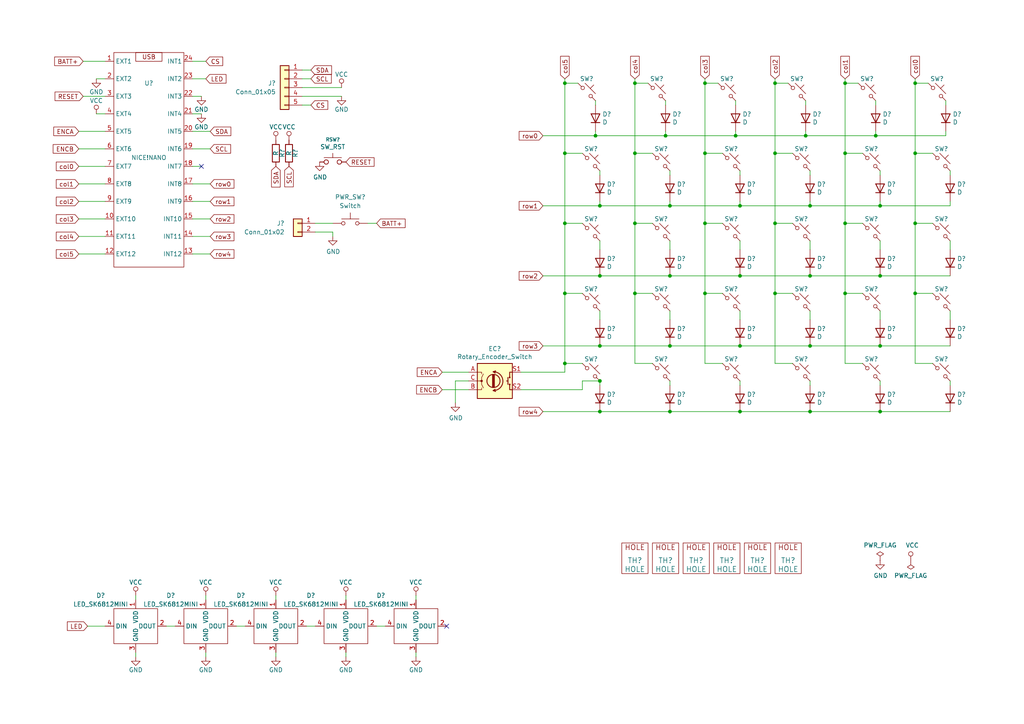
<source format=kicad_sch>
(kicad_sch (version 20230121) (generator eeschema)
  (paper "A4")
  (junction (at 173.99 110.49))
  (junction (at 265.43 85.09))
  (junction (at 194.31 100.33))
  (junction (at 234.95 80.01))
  (junction (at 184.15 85.09))
  (junction (at 245.11 44.45))
  (junction (at 255.27 80.01))
  (junction (at 224.79 64.77))
  (junction (at 214.63 59.69))
  (junction (at 204.47 64.77))
  (junction (at 234.95 100.33))
  (junction (at 163.83 105.41))
  (junction (at 213.36 39.37))
  (junction (at 204.47 85.09))
  (junction (at 245.11 64.77))
  (junction (at 163.83 44.45))
  (junction (at 245.11 24.13))
  (junction (at 184.15 64.77))
  (junction (at 265.43 44.45))
  (junction (at 265.43 24.13))
  (junction (at 173.99 100.33))
  (junction (at 214.63 80.01))
  (junction (at 173.99 80.01))
  (junction (at 234.95 59.69))
  (junction (at 173.99 119.38))
  (junction (at 204.47 44.45))
  (junction (at 184.15 44.45))
  (junction (at 224.79 44.45))
  (junction (at 234.95 119.38))
  (junction (at 214.63 119.38))
  (junction (at 224.79 24.13))
  (junction (at 255.27 119.38))
  (junction (at 184.15 24.13))
  (junction (at 204.47 24.13))
  (junction (at 193.04 39.37))
  (junction (at 214.63 100.33))
  (junction (at 224.79 85.09))
  (junction (at 194.31 119.38))
  (junction (at 194.31 80.01))
  (junction (at 265.43 64.77))
  (junction (at 233.68 39.37))
  (junction (at 173.99 59.69))
  (junction (at 245.11 85.09))
  (junction (at 255.27 59.69))
  (junction (at 172.72 39.37))
  (junction (at 194.31 59.69))
  (junction (at 254 39.37))
  (junction (at 163.83 24.13))
  (junction (at 255.27 100.33))
  (junction (at 163.83 64.77))
  (junction (at 163.83 85.09))
  (no_connect (at 129.54 181.61))
  (no_connect (at 58.42 48.26))
  (wire (pts (xy 275.59 90.17) (xy 275.59 92.71)))
  (wire (pts (xy 172.72 39.37) (xy 193.04 39.37)))
  (wire (pts (xy 275.59 69.85) (xy 275.59 72.39)))
  (wire (pts (xy 184.15 44.45) (xy 184.15 64.77)))
  (wire (pts (xy 214.63 119.38) (xy 234.95 119.38)))
  (wire (pts (xy 274.32 39.37) (xy 254 39.37)))
  (wire (pts (xy 194.31 69.85) (xy 194.31 72.39)))
  (wire (pts (xy 109.22 181.61) (xy 111.76 181.61)))
  (wire (pts (xy 204.47 64.77) (xy 209.55 64.77)))
  (wire (pts (xy 265.43 44.45) (xy 265.43 64.77)))
  (wire (pts (xy 204.47 64.77) (xy 204.47 85.09)))
  (wire (pts (xy 87.63 27.94) (xy 99.06 27.94)))
  (wire (pts (xy 22.86 43.18) (xy 30.48 43.18)))
  (wire (pts (xy 234.95 50.8) (xy 234.95 49.53)))
  (wire (pts (xy 255.27 69.85) (xy 255.27 72.39)))
  (wire (pts (xy 25.4 181.61) (xy 30.48 181.61)))
  (wire (pts (xy 173.99 80.01) (xy 157.48 80.01)))
  (wire (pts (xy 214.63 80.01) (xy 234.95 80.01)))
  (wire (pts (xy 255.27 50.8) (xy 255.27 49.53)))
  (wire (pts (xy 245.11 64.77) (xy 250.19 64.77)))
  (wire (pts (xy 224.79 64.77) (xy 229.87 64.77)))
  (wire (pts (xy 265.43 64.77) (xy 270.51 64.77)))
  (wire (pts (xy 184.15 22.86) (xy 184.15 24.13)))
  (wire (pts (xy 22.86 73.66) (xy 30.48 73.66)))
  (wire (pts (xy 234.95 59.69) (xy 255.27 59.69)))
  (wire (pts (xy 100.33 189.23) (xy 100.33 190.5)))
  (wire (pts (xy 55.88 17.78) (xy 59.69 17.78)))
  (wire (pts (xy 132.08 110.49) (xy 132.08 116.84)))
  (wire (pts (xy 163.83 24.13) (xy 167.64 24.13)))
  (wire (pts (xy 194.31 110.49) (xy 194.31 111.76)))
  (wire (pts (xy 173.99 50.8) (xy 173.99 49.53)))
  (wire (pts (xy 204.47 44.45) (xy 209.55 44.45)))
  (wire (pts (xy 80.01 189.23) (xy 80.01 190.5)))
  (wire (pts (xy 234.95 58.42) (xy 234.95 59.69)))
  (wire (pts (xy 184.15 24.13) (xy 187.96 24.13)))
  (wire (pts (xy 265.43 44.45) (xy 270.51 44.45)))
  (wire (pts (xy 194.31 90.17) (xy 194.31 92.71)))
  (wire (pts (xy 91.44 67.31) (xy 96.52 67.31)))
  (wire (pts (xy 22.86 68.58) (xy 30.48 68.58)))
  (wire (pts (xy 100.33 172.72) (xy 100.33 173.99)))
  (wire (pts (xy 151.13 113.03) (xy 168.91 113.03)))
  (wire (pts (xy 275.59 58.42) (xy 275.59 59.69)))
  (wire (pts (xy 135.89 110.49) (xy 132.08 110.49)))
  (wire (pts (xy 173.99 58.42) (xy 173.99 59.69)))
  (wire (pts (xy 168.91 105.41) (xy 163.83 105.41)))
  (wire (pts (xy 245.11 85.09) (xy 245.11 105.41)))
  (wire (pts (xy 87.63 22.86) (xy 90.17 22.86)))
  (wire (pts (xy 255.27 80.01) (xy 275.59 80.01)))
  (wire (pts (xy 233.68 38.1) (xy 233.68 39.37)))
  (wire (pts (xy 48.26 181.61) (xy 50.8 181.61)))
  (wire (pts (xy 233.68 29.21) (xy 233.68 30.48)))
  (wire (pts (xy 214.63 59.69) (xy 234.95 59.69)))
  (wire (pts (xy 274.32 29.21) (xy 274.32 30.48)))
  (wire (pts (xy 234.95 110.49) (xy 234.95 111.76)))
  (wire (pts (xy 214.63 58.42) (xy 214.63 59.69)))
  (wire (pts (xy 234.95 100.33) (xy 255.27 100.33)))
  (wire (pts (xy 163.83 85.09) (xy 168.91 85.09)))
  (wire (pts (xy 224.79 85.09) (xy 224.79 105.41)))
  (wire (pts (xy 193.04 39.37) (xy 213.36 39.37)))
  (wire (pts (xy 59.69 189.23) (xy 59.69 190.5)))
  (wire (pts (xy 22.86 53.34) (xy 30.48 53.34)))
  (wire (pts (xy 245.11 44.45) (xy 245.11 64.77)))
  (wire (pts (xy 245.11 64.77) (xy 245.11 85.09)))
  (wire (pts (xy 204.47 105.41) (xy 209.55 105.41)))
  (wire (pts (xy 39.37 189.23) (xy 39.37 190.5)))
  (wire (pts (xy 184.15 64.77) (xy 189.23 64.77)))
  (wire (pts (xy 173.99 59.69) (xy 194.31 59.69)))
  (wire (pts (xy 184.15 85.09) (xy 189.23 85.09)))
  (wire (pts (xy 173.99 59.69) (xy 157.48 59.69)))
  (wire (pts (xy 22.86 58.42) (xy 30.48 58.42)))
  (wire (pts (xy 120.65 189.23) (xy 120.65 190.5)))
  (wire (pts (xy 87.63 20.32) (xy 90.17 20.32)))
  (wire (pts (xy 55.88 48.26) (xy 58.42 48.26)))
  (wire (pts (xy 59.69 172.72) (xy 59.69 173.99)))
  (wire (pts (xy 22.86 48.26) (xy 30.48 48.26)))
  (wire (pts (xy 194.31 100.33) (xy 214.63 100.33)))
  (wire (pts (xy 250.19 105.41) (xy 245.11 105.41)))
  (wire (pts (xy 265.43 85.09) (xy 270.51 85.09)))
  (wire (pts (xy 213.36 39.37) (xy 233.68 39.37)))
  (wire (pts (xy 234.95 119.38) (xy 255.27 119.38)))
  (wire (pts (xy 214.63 110.49) (xy 214.63 111.76)))
  (wire (pts (xy 214.63 100.33) (xy 234.95 100.33)))
  (wire (pts (xy 173.99 90.17) (xy 173.99 92.71)))
  (wire (pts (xy 193.04 29.21) (xy 193.04 30.48)))
  (wire (pts (xy 55.88 22.86) (xy 59.69 22.86)))
  (wire (pts (xy 172.72 38.1) (xy 172.72 39.37)))
  (wire (pts (xy 163.83 44.45) (xy 163.83 64.77)))
  (wire (pts (xy 275.59 59.69) (xy 255.27 59.69)))
  (wire (pts (xy 194.31 100.33) (xy 173.99 100.33)))
  (wire (pts (xy 224.79 24.13) (xy 224.79 44.45)))
  (wire (pts (xy 245.11 22.86) (xy 245.11 24.13)))
  (wire (pts (xy 204.47 22.86) (xy 204.47 24.13)))
  (wire (pts (xy 275.59 50.8) (xy 275.59 49.53)))
  (wire (pts (xy 255.27 90.17) (xy 255.27 92.71)))
  (wire (pts (xy 151.13 107.95) (xy 163.83 107.95)))
  (wire (pts (xy 254 29.21) (xy 254 30.48)))
  (wire (pts (xy 184.15 85.09) (xy 184.15 105.41)))
  (wire (pts (xy 55.88 63.5) (xy 60.96 63.5)))
  (wire (pts (xy 204.47 85.09) (xy 209.55 85.09)))
  (wire (pts (xy 224.79 85.09) (xy 229.87 85.09)))
  (wire (pts (xy 234.95 90.17) (xy 234.95 92.71)))
  (wire (pts (xy 224.79 44.45) (xy 229.87 44.45)))
  (wire (pts (xy 234.95 69.85) (xy 234.95 72.39)))
  (wire (pts (xy 194.31 119.38) (xy 214.63 119.38)))
  (wire (pts (xy 163.83 107.95) (xy 163.83 105.41)))
  (wire (pts (xy 204.47 44.45) (xy 204.47 64.77)))
  (wire (pts (xy 27.94 33.02) (xy 30.48 33.02)))
  (wire (pts (xy 265.43 24.13) (xy 265.43 44.45)))
  (wire (pts (xy 88.9 181.61) (xy 91.44 181.61)))
  (wire (pts (xy 254 38.1) (xy 254 39.37)))
  (wire (pts (xy 163.83 105.41) (xy 163.83 85.09)))
  (wire (pts (xy 255.27 110.49) (xy 255.27 111.76)))
  (wire (pts (xy 55.88 68.58) (xy 60.96 68.58)))
  (wire (pts (xy 120.65 172.72) (xy 120.65 173.99)))
  (wire (pts (xy 55.88 73.66) (xy 60.96 73.66)))
  (wire (pts (xy 173.99 69.85) (xy 173.99 72.39)))
  (wire (pts (xy 39.37 172.72) (xy 39.37 173.99)))
  (wire (pts (xy 172.72 29.21) (xy 172.72 30.48)))
  (wire (pts (xy 265.43 64.77) (xy 265.43 85.09)))
  (wire (pts (xy 24.13 17.78) (xy 30.48 17.78)))
  (wire (pts (xy 233.68 39.37) (xy 254 39.37)))
  (wire (pts (xy 87.63 25.4) (xy 99.06 25.4)))
  (wire (pts (xy 128.27 113.03) (xy 135.89 113.03)))
  (wire (pts (xy 24.13 27.94) (xy 30.48 27.94)))
  (wire (pts (xy 224.79 44.45) (xy 224.79 64.77)))
  (wire (pts (xy 224.79 24.13) (xy 228.6 24.13)))
  (wire (pts (xy 22.86 38.1) (xy 30.48 38.1)))
  (wire (pts (xy 172.72 39.37) (xy 157.48 39.37)))
  (wire (pts (xy 96.52 67.31) (xy 96.52 68.58)))
  (wire (pts (xy 224.79 22.86) (xy 224.79 24.13)))
  (wire (pts (xy 55.88 43.18) (xy 60.96 43.18)))
  (wire (pts (xy 255.27 100.33) (xy 275.59 100.33)))
  (wire (pts (xy 234.95 80.01) (xy 255.27 80.01)))
  (wire (pts (xy 184.15 24.13) (xy 184.15 44.45)))
  (wire (pts (xy 163.83 24.13) (xy 163.83 44.45)))
  (wire (pts (xy 27.94 22.86) (xy 30.48 22.86)))
  (wire (pts (xy 163.83 22.86) (xy 163.83 24.13)))
  (wire (pts (xy 224.79 64.77) (xy 224.79 85.09)))
  (wire (pts (xy 214.63 90.17) (xy 214.63 92.71)))
  (wire (pts (xy 265.43 22.86) (xy 265.43 24.13)))
  (wire (pts (xy 163.83 44.45) (xy 168.91 44.45)))
  (wire (pts (xy 55.88 58.42) (xy 60.96 58.42)))
  (wire (pts (xy 204.47 85.09) (xy 204.47 105.41)))
  (wire (pts (xy 213.36 29.21) (xy 213.36 30.48)))
  (wire (pts (xy 275.59 110.49) (xy 275.59 111.76)))
  (wire (pts (xy 157.48 119.38) (xy 173.99 119.38)))
  (wire (pts (xy 22.86 63.5) (xy 30.48 63.5)))
  (wire (pts (xy 128.27 107.95) (xy 135.89 107.95)))
  (wire (pts (xy 173.99 110.49) (xy 173.99 111.76)))
  (wire (pts (xy 87.63 30.48) (xy 90.17 30.48)))
  (wire (pts (xy 106.68 64.77) (xy 109.22 64.77)))
  (wire (pts (xy 245.11 85.09) (xy 250.19 85.09)))
  (wire (pts (xy 265.43 105.41) (xy 270.51 105.41)))
  (wire (pts (xy 214.63 69.85) (xy 214.63 72.39)))
  (wire (pts (xy 184.15 44.45) (xy 189.23 44.45)))
  (wire (pts (xy 173.99 119.38) (xy 194.31 119.38)))
  (wire (pts (xy 194.31 58.42) (xy 194.31 59.69)))
  (wire (pts (xy 194.31 80.01) (xy 214.63 80.01)))
  (wire (pts (xy 213.36 38.1) (xy 213.36 39.37)))
  (wire (pts (xy 163.83 64.77) (xy 168.91 64.77)))
  (wire (pts (xy 163.83 64.77) (xy 163.83 85.09)))
  (wire (pts (xy 194.31 50.8) (xy 194.31 49.53)))
  (wire (pts (xy 274.32 39.37) (xy 274.32 38.1)))
  (wire (pts (xy 68.58 181.61) (xy 71.12 181.61)))
  (wire (pts (xy 204.47 24.13) (xy 204.47 44.45)))
  (wire (pts (xy 55.88 53.34) (xy 60.96 53.34)))
  (wire (pts (xy 265.43 85.09) (xy 265.43 105.41)))
  (wire (pts (xy 194.31 59.69) (xy 214.63 59.69)))
  (wire (pts (xy 55.88 27.94) (xy 58.42 27.94)))
  (wire (pts (xy 184.15 64.77) (xy 184.15 85.09)))
  (wire (pts (xy 245.11 24.13) (xy 248.92 24.13)))
  (wire (pts (xy 173.99 80.01) (xy 194.31 80.01)))
  (wire (pts (xy 255.27 119.38) (xy 275.59 119.38)))
  (wire (pts (xy 184.15 105.41) (xy 189.23 105.41)))
  (wire (pts (xy 168.91 113.03) (xy 168.91 110.49)))
  (wire (pts (xy 55.88 38.1) (xy 60.96 38.1)))
  (wire (pts (xy 214.63 50.8) (xy 214.63 49.53)))
  (wire (pts (xy 168.91 110.49) (xy 173.99 110.49)))
  (wire (pts (xy 91.44 64.77) (xy 96.52 64.77)))
  (wire (pts (xy 255.27 58.42) (xy 255.27 59.69)))
  (wire (pts (xy 245.11 24.13) (xy 245.11 44.45)))
  (wire (pts (xy 55.88 33.02) (xy 58.42 33.02)))
  (wire (pts (xy 80.01 172.72) (xy 80.01 173.99)))
  (wire (pts (xy 193.04 38.1) (xy 193.04 39.37)))
  (wire (pts (xy 173.99 100.33) (xy 157.48 100.33)))
  (wire (pts (xy 265.43 24.13) (xy 269.24 24.13)))
  (wire (pts (xy 224.79 105.41) (xy 229.87 105.41)))
  (wire (pts (xy 204.47 24.13) (xy 208.28 24.13)))
  (wire (pts (xy 245.11 44.45) (xy 250.19 44.45)))
  (global_label "col3" (shape input) (at 204.47 22.86 90) (property "Intersheetrefs" "${INTERSHEET_REFS}" (effects hide)))
  (global_label "col3" (shape input) (at 22.86 63.5 180) (property "Intersheetrefs" "${INTERSHEET_REFS}" (effects hide)))
  (global_label "LED" (shape input) (at 59.69 22.86 0) (property "Intersheetrefs" "${INTERSHEET_REFS}" (effects hide)))
  (global_label "row2" (shape input) (at 157.48 80.01 180) (property "Intersheetrefs" "${INTERSHEET_REFS}" (effects hide)))
  (global_label "row1" (shape input) (at 157.48 59.69 180) (property "Intersheetrefs" "${INTERSHEET_REFS}" (effects hide)))
  (global_label "SDA" (shape input) (at 80.01 48.26 270) (property "Intersheetrefs" "${INTERSHEET_REFS}" (effects hide)))
  (global_label "RESET" (shape input) (at 100.33 46.99 0) (property "Intersheetrefs" "${INTERSHEET_REFS}" (effects hide)))
  (global_label "col4" (shape input) (at 184.15 22.86 90) (property "Intersheetrefs" "${INTERSHEET_REFS}" (effects hide)))
  (global_label "ENCB" (shape input) (at 22.86 43.18 180) (property "Intersheetrefs" "${INTERSHEET_REFS}" (effects hide)))
  (global_label "row4" (shape input) (at 60.96 73.66 0) (property "Intersheetrefs" "${INTERSHEET_REFS}" (effects hide)))
  (global_label "BATT+" (shape input) (at 109.22 64.77 0) (property "Intersheetrefs" "${INTERSHEET_REFS}" (effects hide)))
  (global_label "row1" (shape input) (at 60.96 58.42 0) (property "Intersheetrefs" "${INTERSHEET_REFS}" (effects hide)))
  (global_label "SCL" (shape input) (at 60.96 43.18 0) (property "Intersheetrefs" "${INTERSHEET_REFS}" (effects hide)))
  (global_label "col0" (shape input) (at 265.43 22.86 90) (property "Intersheetrefs" "${INTERSHEET_REFS}" (effects hide)))
  (global_label "row3" (shape input) (at 157.48 100.33 180) (property "Intersheetrefs" "${INTERSHEET_REFS}" (effects hide)))
  (global_label "CS" (shape input) (at 90.17 30.48 0) (property "Intersheetrefs" "${INTERSHEET_REFS}" (effects hide)))
  (global_label "RESET" (shape input) (at 24.13 27.94 180) (property "Intersheetrefs" "${INTERSHEET_REFS}" (effects hide)))
  (global_label "col0" (shape input) (at 22.86 48.26 180) (property "Intersheetrefs" "${INTERSHEET_REFS}" (effects hide)))
  (global_label "col5" (shape input) (at 163.83 22.86 90) (property "Intersheetrefs" "${INTERSHEET_REFS}" (effects hide)))
  (global_label "LED" (shape input) (at 25.4 181.61 180) (property "Intersheetrefs" "${INTERSHEET_REFS}" (effects hide)))
  (global_label "col1" (shape input) (at 22.86 53.34 180) (property "Intersheetrefs" "${INTERSHEET_REFS}" (effects hide)))
  (global_label "row3" (shape input) (at 60.96 68.58 0) (property "Intersheetrefs" "${INTERSHEET_REFS}" (effects hide)))
  (global_label "ENCA" (shape input) (at 128.27 107.95 180) (property "Intersheetrefs" "${INTERSHEET_REFS}" (effects hide)))
  (global_label "row4" (shape input) (at 157.48 119.38 180) (property "Intersheetrefs" "${INTERSHEET_REFS}" (effects hide)))
  (global_label "SDA" (shape input) (at 60.96 38.1 0) (property "Intersheetrefs" "${INTERSHEET_REFS}" (effects hide)))
  (global_label "ENCB" (shape input) (at 128.27 113.03 180) (property "Intersheetrefs" "${INTERSHEET_REFS}" (effects hide)))
  (global_label "SCL" (shape input) (at 83.82 48.26 270) (property "Intersheetrefs" "${INTERSHEET_REFS}" (effects hide)))
  (global_label "col2" (shape input) (at 224.79 22.86 90) (property "Intersheetrefs" "${INTERSHEET_REFS}" (effects hide)))
  (global_label "col5" (shape input) (at 22.86 73.66 180) (property "Intersheetrefs" "${INTERSHEET_REFS}" (effects hide)))
  (global_label "SCL" (shape input) (at 90.17 22.86 0) (property "Intersheetrefs" "${INTERSHEET_REFS}" (effects hide)))
  (global_label "row0" (shape input) (at 157.48 39.37 180) (property "Intersheetrefs" "${INTERSHEET_REFS}" (effects hide)))
  (global_label "BATT+" (shape input) (at 24.13 17.78 180) (property "Intersheetrefs" "${INTERSHEET_REFS}" (effects hide)))
  (global_label "col1" (shape input) (at 245.11 22.86 90) (property "Intersheetrefs" "${INTERSHEET_REFS}" (effects hide)))
  (global_label "col2" (shape input) (at 22.86 58.42 180) (property "Intersheetrefs" "${INTERSHEET_REFS}" (effects hide)))
  (global_label "SDA" (shape input) (at 90.17 20.32 0) (property "Intersheetrefs" "${INTERSHEET_REFS}" (effects hide)))
  (global_label "CS" (shape input) (at 59.69 17.78 0) (property "Intersheetrefs" "${INTERSHEET_REFS}" (effects hide)))
  (global_label "col4" (shape input) (at 22.86 68.58 180) (property "Intersheetrefs" "${INTERSHEET_REFS}" (effects hide)))
  (global_label "row0" (shape input) (at 60.96 53.34 0) (property "Intersheetrefs" "${INTERSHEET_REFS}" (effects hide)))
  (global_label "ENCA" (shape input) (at 22.86 38.1 180) (property "Intersheetrefs" "${INTERSHEET_REFS}" (effects hide)))
  (global_label "row2" (shape input) (at 60.96 63.5 0) (property "Intersheetrefs" "${INTERSHEET_REFS}" (effects hide)))
  (symbol (lib_id "ScottoKeebs:Placeholder_Keyswitch") (at 212.09 87.63 0) (unit 1)
    (property "Reference" "SW?" (at 212.09 83.82 0))
    (property "Value" "SW21" (effects hide))
    (property "Footprint" "Mechanical_Switches:SW_MXHS_CHOCV1V2HS_1U" (effects hide))
    (instances (project "SofleKeyboard" (path "" (reference "SW?") (unit 1)) (path "" (reference "SW44") (unit 1)) (path "" (reference "SW21") (unit 1))))
  )
  (symbol (lib_id "ScottoKeebs:Placeholder_Keyswitch") (at 232.41 87.63 0) (unit 1)
    (property "Reference" "SW?" (at 232.41 83.82 0))
    (property "Value" "SW22" (effects hide))
    (property "Footprint" "Mechanical_Switches:SW_MXHS_CHOCV1V2HS_1U" (effects hide))
    (instances (project "SofleKeyboard" (path "" (reference "SW?") (unit 1)) (path "" (reference "SW49") (unit 1)) (path "" (reference "SW22") (unit 1))))
  )
  (symbol (lib_id "ScottoKeebs:Placeholder_Keyswitch") (at 252.73 67.31 0) (unit 1)
    (property "Reference" "SW?" (at 252.73 63.5 0))
    (property "Value" "SW17" (effects hide))
    (property "Footprint" "Mechanical_Switches:SW_MXHS_CHOCV1V2HS_1U" (effects hide))
    (instances (project "SofleKeyboard" (path "" (reference "SW?") (unit 1)) (path "" (reference "SW53") (unit 1)) (path "" (reference "SW17") (unit 1))))
  )
  (symbol (lib_id "ScottoKeebs:Placeholder_Keyswitch") (at 231.14 26.67 0) (unit 1)
    (property "Reference" "SW?" (at 231.14 22.86 0))
    (property "Value" "SW4" (effects hide))
    (property "Footprint" "Mechanical_Switches:SW_MXHS_CHOCV1V2HS_1U" (effects hide))
    (instances (project "SofleKeyboard" (path "" (reference "SW?") (unit 1)) (path "" (reference "SW46") (unit 1)) (path "" (reference "SW4") (unit 1))))
  )
  (symbol (lib_id "ScottoKeebs:Placeholder_Diode") (at 214.63 115.57 90) (unit 1)
    (property "Reference" "D?" (at 216.6366 114.4016 90) (effects (justify right)))
    (property "Value" "D" (at 216.6366 116.713 90) (effects (justify right)))
    (property "Footprint" "Mechanical_Switches:Diode_SOD-123(dual side)" (effects hide))
    (property "Sim.Device" "D" (effects hide))
    (property "Sim.Pins" "1=K 2=A" (effects hide))
    (instances (project "SofleKeyboard" (path "" (reference "D?") (unit 1)) (path "" (reference "D55") (unit 1)) (path "" (reference "D27") (unit 1))))
  )
  (symbol (lib_id "ScottoKeebs:Placeholder_Diode") (at 275.59 76.2 90) (unit 1)
    (property "Reference" "D?" (at 277.5966 75.0316 90) (effects (justify right)))
    (property "Value" "D" (at 277.5966 77.343 90) (effects (justify right)))
    (property "Footprint" "Mechanical_Switches:Diode_SOD-123(dual side)" (effects hide))
    (property "Sim.Device" "D" (effects hide))
    (property "Sim.Pins" "1=K 2=A" (effects hide))
    (instances (project "SofleKeyboard" (path "" (reference "D?") (unit 1)) (path "" (reference "D68") (unit 1)) (path "" (reference "D18") (unit 1))))
  )
  (symbol (lib_id "ScottoKeebs:Placeholder_Diode") (at 214.63 76.2 90) (unit 1)
    (property "Reference" "D?" (at 216.6366 75.0316 90) (effects (justify right)))
    (property "Value" "D" (at 216.6366 77.343 90) (effects (justify right)))
    (property "Footprint" "Mechanical_Switches:Diode_SOD-123(dual side)" (effects hide))
    (property "Sim.Device" "D" (effects hide))
    (property "Sim.Pins" "1=K 2=A" (effects hide))
    (instances (project "SofleKeyboard" (path "" (reference "D?") (unit 1)) (path "" (reference "D53") (unit 1)) (path "" (reference "D15") (unit 1))))
  )
  (symbol (lib_id "ScottoKeebs:Placeholder_Keyswitch") (at 252.73 107.95 0) (unit 1)
    (property "Reference" "SW?" (at 252.73 104.14 0))
    (property "Value" "SW29" (effects hide))
    (property "Footprint" "Mechanical_Switches:SW_MXHS_CHOCV1V2HS_1U" (effects hide))
    (instances (project "SofleKeyboard" (path "" (reference "SW?") (unit 1)) (path "" (reference "SW55") (unit 1)) (path "" (reference "SW29") (unit 1))))
  )
  (symbol (lib_id "ScottoKeebs:Placeholder_Keyswitch") (at 273.05 107.95 0) (unit 1)
    (property "Reference" "SW?" (at 273.05 104.14 0))
    (property "Value" "SW30" (effects hide))
    (property "Footprint" "Mechanical_Switches:SW_MXHS_CHOCV1V2HS_1U" (effects hide))
    (instances (project "SofleKeyboard" (path "" (reference "SW?") (unit 1)) (path "" (reference "SW60") (unit 1)) (path "" (reference "SW30") (unit 1))))
  )
  (symbol (lib_id "SofleKeyboard-rescue:R-Lily58-cache-Lily58_Pro-rescue") (at 83.82 44.45 0) (unit 1)
    (property "Reference" "R?" (at 86.36 44.45 90) (effects (justify bottom)))
    (property "Value" "R" (at 83.82 44.45 90))
    (property "Footprint" "Mechanical_Switches:R_0805_2012Metric_Pad1.20x1.40mm_HandSolder_dualside" (effects hide))
    (instances (project "SofleKeyboard" (path "" (reference "R?") (unit 1)) (path "" (reference "R4") (unit 1)) (path "" (reference "R2") (unit 1))))
  )
  (symbol (lib_id "SofleKeyboard-rescue:VCC-Lily58-cache-Lily58_Pro-rescue") (at 59.69 172.72 0) (mirror y) (unit 1)
    (property "Reference" "#PWR?" (effects hide))
    (property "Value" "VCC" (at 59.69 168.91 0))
    (instances (project "SofleKeyboard" (path "" (reference "#PWR?") (unit 1)) (path "" (reference "#PWR028") (unit 1)) (path "" (reference "#PWR019") (unit 1))))
  )
  (symbol (lib_id "ScottoKeebs:Placeholder_Diode") (at 213.36 34.29 90) (unit 1)
    (property "Reference" "D?" (at 215.3666 33.1216 90) (effects (justify right)))
    (property "Value" "D" (at 215.3666 35.433 90) (effects (justify right)))
    (property "Footprint" "Mechanical_Switches:Diode_SOD-123(dual side)" (effects hide))
    (property "Sim.Device" "D" (effects hide))
    (property "Sim.Pins" "1=K 2=A" (effects hide))
    (instances (project "SofleKeyboard" (path "" (reference "D?") (unit 1)) (path "" (reference "D51") (unit 1)) (path "" (reference "D3") (unit 1))))
  )
  (symbol (lib_id "ScottoKeebs:Placeholder_Diode") (at 214.63 96.52 90) (unit 1)
    (property "Reference" "D?" (at 216.6366 95.3516 90) (effects (justify right)))
    (property "Value" "D" (at 216.6366 97.663 90) (effects (justify right)))
    (property "Footprint" "Mechanical_Switches:Diode_SOD-123(dual side)" (effects hide))
    (property "Sim.Device" "D" (effects hide))
    (property "Sim.Pins" "1=K 2=A" (effects hide))
    (instances (project "SofleKeyboard" (path "" (reference "D?") (unit 1)) (path "" (reference "D54") (unit 1)) (path "" (reference "D21") (unit 1))))
  )
  (symbol (lib_id "ScottoKeebs:Placeholder_Keyswitch") (at 210.82 26.67 0) (unit 1)
    (property "Reference" "SW?" (at 210.82 22.86 0))
    (property "Value" "SW3" (effects hide))
    (property "Footprint" "Mechanical_Switches:SW_MXHS_CHOCV1V2HS_1U" (effects hide))
    (instances (project "SofleKeyboard" (path "" (reference "SW?") (unit 1)) (path "" (reference "SW41") (unit 1)) (path "" (reference "SW3") (unit 1))))
  )
  (symbol (lib_id "SofleKeyboard-rescue:VCC-Lily58-cache-Lily58_Pro-rescue") (at 100.33 172.72 0) (mirror y) (unit 1)
    (property "Reference" "#PWR?" (effects hide))
    (property "Value" "VCC" (at 100.33 168.91 0))
    (instances (project "SofleKeyboard" (path "" (reference "#PWR?") (unit 1)) (path "" (reference "#PWR039") (unit 1)) (path "" (reference "#PWR022") (unit 1))))
  )
  (symbol (lib_id "ScottoKeebs:Placeholder_Diode") (at 275.59 54.61 90) (unit 1)
    (property "Reference" "D?" (at 277.5966 53.4416 90) (effects (justify right)))
    (property "Value" "D" (at 277.5966 55.753 90) (effects (justify right)))
    (property "Footprint" "Mechanical_Switches:Diode_SOD-123(dual side)" (effects hide))
    (property "Sim.Device" "D" (effects hide))
    (property "Sim.Pins" "1=K 2=A" (effects hide))
    (instances (project "SofleKeyboard" (path "" (reference "D?") (unit 1)) (path "" (reference "D67") (unit 1)) (path "" (reference "D12") (unit 1))))
  )
  (symbol (lib_id "SofleKeyboard-rescue:VCC-Lily58-cache-Lily58_Pro-rescue") (at 39.37 172.72 0) (mirror y) (unit 1)
    (property "Reference" "#PWR?" (effects hide))
    (property "Value" "VCC" (at 39.37 168.91 0))
    (instances (project "SofleKeyboard" (path "" (reference "#PWR?") (unit 1)) (path "" (reference "#PWR04") (unit 1)) (path "" (reference "#PWR016") (unit 1))))
  )
  (symbol (lib_id "SofleKeyboard-rescue:HOLE-Lily58-cache-Lily58_Pro-rescue") (at 201.93 162.56 0) (unit 1)
    (property "Reference" "TH?" (at 201.93 162.56 0) (effects (font (size 1.524 1.524))))
    (property "Value" "HOLE" (at 201.93 165.1 0) (effects (font (size 1.524 1.524))))
    (property "Footprint" "MountingHole:MountingHole_2.2mm_M2" (effects hide))
    (instances (project "SofleKeyboard" (path "" (reference "TH?") (unit 1)) (path "" (reference "TH9") (unit 1)) (path "" (reference "TH3") (unit 1))))
  )
  (symbol (lib_id "SofleKeyboard-rescue:VCC-Lily58-cache-Lily58_Pro-rescue") (at 99.06 25.4 0) (mirror y) (unit 1)
    (property "Reference" "#PWR?" (effects hide))
    (property "Value" "VCC" (at 99.06 21.59 0))
    (instances (project "SofleKeyboard" (path "" (reference "#PWR?") (unit 1)) (path "" (reference "#PWR036") (unit 1)) (path "" (reference "#PWR014") (unit 1))))
  )
  (symbol (lib_id "SofleKeyboard-rescue:GND-Lily58-cache-Lily58_Pro-rescue") (at 80.01 190.5 0) (mirror y) (unit 1)
    (property "Reference" "#PWR?" (effects hide))
    (property "Value" "GND" (at 80.01 194.31 0))
    (instances (project "SofleKeyboard" (path "" (reference "#PWR?") (unit 1)) (path "" (reference "#PWR032") (unit 1)) (path "" (reference "#PWR021") (unit 1))))
  )
  (symbol (lib_id "RGB_LED:SK6812_Mini-E") (at 39.37 181.61 0) (unit 1)
    (property "Reference" "D?" (at 29.21 172.72 0))
    (property "Value" "LED_SK6812MINI" (at 29.21 175.26 0))
    (property "Footprint" "RGB_LED:SK6812_Mini-E_DualSide" (effects hide))
    (property "Datasheet" "https://cdn-shop.adafruit.com/product-files/2686/SK6812MINI_REV.01-1-2.pdf" (effects hide))
    (instances (project "SofleKeyboard" (path "" (reference "D?") (unit 1)) (path "" (reference "D36") (unit 1)) (path "" (reference "D31") (unit 1))))
  )
  (symbol (lib_id "ScottoKeebs:Placeholder_Keyswitch") (at 212.09 67.31 0) (unit 1)
    (property "Reference" "SW?" (at 212.09 63.5 0))
    (property "Value" "SW15" (effects hide))
    (property "Footprint" "Mechanical_Switches:SW_MXHS_CHOCV1V2HS_1U" (effects hide))
    (instances (project "SofleKeyboard" (path "" (reference "SW?") (unit 1)) (path "" (reference "SW43") (unit 1)) (path "" (reference "SW15") (unit 1))))
  )
  (symbol (lib_id "SofleKeyboard-rescue:GND-Lily58-cache-Lily58_Pro-rescue") (at 58.42 27.94 0) (mirror y) (unit 1)
    (property "Reference" "#PWR?" (effects hide))
    (property "Value" "GND" (at 58.42 31.75 0))
    (instances (project "SofleKeyboard" (path "" (reference "#PWR?") (unit 1)) (path "" (reference "#PWR026") (unit 1)) (path "" (reference "#PWR08") (unit 1))))
  )
  (symbol (lib_id "SofleKeyboard-rescue:HOLE-Lily58-cache-Lily58_Pro-rescue") (at 228.6 162.56 0) (unit 1)
    (property "Reference" "TH?" (at 228.6 162.56 0) (effects (font (size 1.524 1.524))))
    (property "Value" "HOLE" (at 228.6 165.1 0) (effects (font (size 1.524 1.524))))
    (property "Footprint" "MountingHole:MountingHole_2.2mm_M2" (effects hide))
    (instances (project "SofleKeyboard" (path "" (reference "TH?") (unit 1)) (path "" (reference "TH12") (unit 1)) (path "" (reference "TH6") (unit 1))))
  )
  (symbol (lib_id "SofleKeyboard-rescue:R-Lily58-cache-Lily58_Pro-rescue") (at 80.01 44.45 0) (unit 1)
    (property "Reference" "R?" (at 82.55 44.45 90) (effects (justify bottom)))
    (property "Value" "R" (at 80.01 44.45 90))
    (property "Footprint" "Mechanical_Switches:R_0805_2012Metric_Pad1.20x1.40mm_HandSolder_dualside" (effects hide))
    (instances (project "SofleKeyboard" (path "" (reference "R?") (unit 1)) (path "" (reference "R3") (unit 1)) (path "" (reference "R1") (unit 1))))
  )
  (symbol (lib_id "ScottoKeebs:Placeholder_Diode") (at 255.27 76.2 90) (unit 1)
    (property "Reference" "D?" (at 257.2766 75.0316 90) (effects (justify right)))
    (property "Value" "D" (at 257.2766 77.343 90) (effects (justify right)))
    (property "Footprint" "Mechanical_Switches:Diode_SOD-123(dual side)" (effects hide))
    (property "Sim.Device" "D" (effects hide))
    (property "Sim.Pins" "1=K 2=A" (effects hide))
    (instances (project "SofleKeyboard" (path "" (reference "D?") (unit 1)) (path "" (reference "D63") (unit 1)) (path "" (reference "D17") (unit 1))))
  )
  (symbol (lib_id "Mechanical_Switches:Nice!Nano_V2(dual_use_socket)") (at 43.18 45.72 0) (unit 1)
    (property "Reference" "U?" (at 43.18 24.13 0))
    (property "Value" "NICE!NANO" (at 43.18 45.72 0))
    (property "Footprint" "Mechanical_Switches:NICE!NANO" (effects hide))
    (instances (project "SofleKeyboard" (path "" (reference "U?") (unit 1)) (path "" (reference "U2") (unit 1)) (path "" (reference "U1") (unit 1))))
  )
  (symbol (lib_id "ScottoKeebs:Placeholder_Diode") (at 194.31 115.57 90) (unit 1)
    (property "Reference" "D?" (at 196.3166 114.4016 90) (effects (justify right)))
    (property "Value" "D" (at 196.3166 116.713 90) (effects (justify right)))
    (property "Footprint" "Mechanical_Switches:Diode_SOD-123(dual side)" (effects hide))
    (property "Sim.Device" "D" (effects hide))
    (property "Sim.Pins" "1=K 2=A" (effects hide))
    (instances (project "SofleKeyboard" (path "" (reference "D?") (unit 1)) (path "" (reference "D50") (unit 1)) (path "" (reference "D26") (unit 1))))
  )
  (symbol (lib_id "SofleKeyboard-rescue:GND-Lily58-cache-Lily58_Pro-rescue") (at 39.37 190.5 0) (mirror y) (unit 1)
    (property "Reference" "#PWR?" (effects hide))
    (property "Value" "GND" (at 39.37 194.31 0))
    (instances (project "SofleKeyboard" (path "" (reference "#PWR?") (unit 1)) (path "" (reference "#PWR011") (unit 1)) (path "" (reference "#PWR017") (unit 1))))
  )
  (symbol (lib_id "ScottoKeebs:Placeholder_Diode") (at 233.68 34.29 90) (unit 1)
    (property "Reference" "D?" (at 235.6866 33.1216 90) (effects (justify right)))
    (property "Value" "D" (at 235.6866 35.433 90) (effects (justify right)))
    (property "Footprint" "Mechanical_Switches:Diode_SOD-123(dual side)" (effects hide))
    (property "Sim.Device" "D" (effects hide))
    (property "Sim.Pins" "1=K 2=A" (effects hide))
    (instances (project "SofleKeyboard" (path "" (reference "D?") (unit 1)) (path "" (reference "D56") (unit 1)) (path "" (reference "D4") (unit 1))))
  )
  (symbol (lib_id "SofleKeyboard-rescue:PWR_FLAG-Lily58-cache-Lily58_Pro-rescue") (at 264.16 162.56 180) (unit 1)
    (property "Reference" "#FLG?" (effects hide))
    (property "Value" "PWR_FLAG" (at 264.16 166.9542 0))
    (instances (project "SofleKeyboard" (path "" (reference "#FLG?") (unit 1)) (path "" (reference "#FLG04") (unit 1)) (path "" (reference "#FLG02") (unit 1))))
  )
  (symbol (lib_id "ScottoKeebs:Placeholder_Diode") (at 275.59 115.57 90) (unit 1)
    (property "Reference" "D?" (at 277.5966 114.4016 90) (effects (justify right)))
    (property "Value" "D" (at 277.5966 116.713 90) (effects (justify right)))
    (property "Footprint" "Mechanical_Switches:Diode_SOD-123(dual side)" (effects hide))
    (property "Sim.Device" "D" (effects hide))
    (property "Sim.Pins" "1=K 2=A" (effects hide))
    (instances (project "SofleKeyboard" (path "" (reference "D?") (unit 1)) (path "" (reference "D70") (unit 1)) (path "" (reference "D30") (unit 1))))
  )
  (symbol (lib_id "ScottoKeebs:Placeholder_Diode") (at 193.04 34.29 90) (unit 1)
    (property "Reference" "D?" (at 195.0466 33.1216 90) (effects (justify right)))
    (property "Value" "D" (at 195.0466 35.433 90) (effects (justify right)))
    (property "Footprint" "Mechanical_Switches:Diode_SOD-123(dual side)" (effects hide))
    (property "Sim.Device" "D" (effects hide))
    (property "Sim.Pins" "1=K 2=A" (effects hide))
    (instances (project "SofleKeyboard" (path "" (reference "D?") (unit 1)) (path "" (reference "D46") (unit 1)) (path "" (reference "D2") (unit 1))))
  )
  (symbol (lib_id "SofleKeyboard-rescue:GND-Lily58-cache-Lily58_Pro-rescue") (at 27.94 22.86 0) (unit 1)
    (property "Reference" "#PWR?" (effects hide))
    (property "Value" "GND" (at 27.94 26.67 0))
    (instances (project "SofleKeyboard" (path "" (reference "#PWR?") (unit 1)) (path "" (reference "#PWR02") (unit 1)) (path "" (reference "#PWR01") (unit 1))))
  )
  (symbol (lib_id "SofleKeyboard-rescue:HOLE-Lily58-cache-Lily58_Pro-rescue") (at 210.82 162.56 0) (unit 1)
    (property "Reference" "TH?" (at 210.82 162.56 0) (effects (font (size 1.524 1.524))))
    (property "Value" "HOLE" (at 210.82 165.1 0) (effects (font (size 1.524 1.524))))
    (property "Footprint" "MountingHole:MountingHole_2.2mm_M2" (effects hide))
    (instances (project "SofleKeyboard" (path "" (reference "TH?") (unit 1)) (path "" (reference "TH10") (unit 1)) (path "" (reference "TH4") (unit 1))))
  )
  (symbol (lib_id "ScottoKeebs:Placeholder_Keyswitch") (at 273.05 87.63 0) (unit 1)
    (property "Reference" "SW?" (at 273.05 83.82 0))
    (property "Value" "SW24" (effects hide))
    (property "Footprint" "Mechanical_Switches:SW_MXHS_CHOCV1V2HS_1U" (effects hide))
    (instances (project "SofleKeyboard" (path "" (reference "SW?") (unit 1)) (path "" (reference "SW59") (unit 1)) (path "" (reference "SW24") (unit 1))))
  )
  (symbol (lib_id "SofleKeyboard-rescue:VCC-Lily58-cache-Lily58_Pro-rescue") (at 264.16 162.56 0) (unit 1)
    (property "Reference" "#PWR?" (effects hide))
    (property "Value" "VCC" (at 264.5918 158.1658 0))
    (instances (project "SofleKeyboard" (path "" (reference "#PWR?") (unit 1)) (path "" (reference "#PWR045") (unit 1)) (path "" (reference "#PWR013") (unit 1))))
  )
  (symbol (lib_id "Connector_Generic:Conn_01x05") (at 82.55 25.4 0) (mirror y) (unit 1)
    (property "Reference" "J?" (at 80.01 24.13 0) (effects (justify left)))
    (property "Value" "Conn_01x05" (at 80.01 26.67 0) (effects (justify left)))
    (property "Footprint" "Mechanical_Switches:NICE!VIEW" (effects hide))
    (instances (project "SofleKeyboard" (path "" (reference "J?") (unit 1)) (path "" (reference "J3") (unit 1)) (path "" (reference "J1") (unit 1))))
  )
  (symbol (lib_id "ScottoKeebs:Placeholder_Keyswitch") (at 252.73 46.99 0) (unit 1)
    (property "Reference" "SW?" (at 252.73 43.18 0))
    (property "Value" "SW11" (effects hide))
    (property "Footprint" "Mechanical_Switches:SW_MXHS_CHOCV1V2HS_1U" (effects hide))
    (instances (project "SofleKeyboard" (path "" (reference "SW?") (unit 1)) (path "" (reference "SW52") (unit 1)) (path "" (reference "SW11") (unit 1))))
  )
  (symbol (lib_id "ScottoKeebs:Placeholder_Keyswitch") (at 251.46 26.67 0) (unit 1)
    (property "Reference" "SW?" (at 251.46 22.86 0))
    (property "Value" "SW5" (effects hide))
    (property "Footprint" "Mechanical_Switches:SW_MXHS_CHOCV1V2HS_1U" (effects hide))
    (instances (project "SofleKeyboard" (path "" (reference "SW?") (unit 1)) (path "" (reference "SW51") (unit 1)) (path "" (reference "SW5") (unit 1))))
  )
  (symbol (lib_id "SofleKeyboard-rescue:GND-Lily58-cache-Lily58_Pro-rescue") (at 120.65 190.5 0) (mirror y) (unit 1)
    (property "Reference" "#PWR?" (effects hide))
    (property "Value" "GND" (at 120.65 194.31 0))
    (instances (project "SofleKeyboard" (path "" (reference "#PWR?") (unit 1)) (path "" (reference "#PWR042") (unit 1)) (path "" (reference "#PWR025") (unit 1))))
  )
  (symbol (lib_id "ScottoKeebs:Placeholder_Diode") (at 275.59 96.52 90) (unit 1)
    (property "Reference" "D?" (at 277.5966 95.3516 90) (effects (justify right)))
    (property "Value" "D" (at 277.5966 97.663 90) (effects (justify right)))
    (property "Footprint" "Mechanical_Switches:Diode_SOD-123(dual side)" (effects hide))
    (property "Sim.Device" "D" (effects hide))
    (property "Sim.Pins" "1=K 2=A" (effects hide))
    (instances (project "SofleKeyboard" (path "" (reference "D?") (unit 1)) (path "" (reference "D69") (unit 1)) (path "" (reference "D24") (unit 1))))
  )
  (symbol (lib_id "ScottoKeebs:Placeholder_Keyswitch") (at 170.18 26.67 0) (unit 1)
    (property "Reference" "SW?" (at 170.18 22.86 0))
    (property "Value" "SW1" (effects hide))
    (property "Footprint" "Mechanical_Switches:SW_MXHS_CHOCV1V2HS_1U" (effects hide))
    (instances (project "SofleKeyboard" (path "" (reference "SW?") (unit 1)) (path "" (reference "SW31") (unit 1)) (path "" (reference "SW1") (unit 1))))
  )
  (symbol (lib_id "RGB_LED:SK6812_Mini-E") (at 80.01 181.61 0) (unit 1)
    (property "Reference" "D?" (at 69.85 172.72 0))
    (property "Value" "LED_SK6812MINI" (at 69.85 175.26 0))
    (property "Footprint" "RGB_LED:SK6812_Mini-E_DualSide" (effects hide))
    (property "Datasheet" "https://cdn-shop.adafruit.com/product-files/2686/SK6812MINI_REV.01-1-2.pdf" (effects hide))
    (instances (project "SofleKeyboard" (path "" (reference "D?") (unit 1)) (path "" (reference "D38") (unit 1)) (path "" (reference "D33") (unit 1))))
  )
  (symbol (lib_id "ScottoKeebs:Placeholder_Keyswitch") (at 190.5 26.67 0) (unit 1)
    (property "Reference" "SW?" (at 190.5 22.86 0))
    (property "Value" "SW2" (effects hide))
    (property "Footprint" "Mechanical_Switches:SW_MXHS_CHOCV1V2HS_1U" (effects hide))
    (instances (project "SofleKeyboard" (path "" (reference "SW?") (unit 1)) (path "" (reference "SW36") (unit 1)) (path "" (reference "SW2") (unit 1))))
  )
  (symbol (lib_id "ScottoKeebs:Placeholder_Diode") (at 274.32 34.29 90) (unit 1)
    (property "Reference" "D?" (at 276.3266 33.1216 90) (effects (justify right)))
    (property "Value" "D" (at 276.3266 35.433 90) (effects (justify right)))
    (property "Footprint" "Mechanical_Switches:Diode_SOD-123(dual side)" (effects hide))
    (property "Sim.Device" "D" (effects hide))
    (property "Sim.Pins" "1=K 2=A" (effects hide))
    (instances (project "SofleKeyboard" (path "" (reference "D?") (unit 1)) (path "" (reference "D66") (unit 1)) (path "" (reference "D6") (unit 1))))
  )
  (symbol (lib_id "SofleKeyboard-rescue:GND-Lily58-cache-Lily58_Pro-rescue") (at 59.69 190.5 0) (mirror y) (unit 1)
    (property "Reference" "#PWR?" (effects hide))
    (property "Value" "GND" (at 59.69 194.31 0))
    (instances (project "SofleKeyboard" (path "" (reference "#PWR?") (unit 1)) (path "" (reference "#PWR029") (unit 1)) (path "" (reference "#PWR018") (unit 1))))
  )
  (symbol (lib_id "RGB_LED:SK6812_Mini-E") (at 100.33 181.61 0) (unit 1)
    (property "Reference" "D?" (at 90.17 172.72 0))
    (property "Value" "LED_SK6812MINI" (at 90.17 175.26 0))
    (property "Footprint" "RGB_LED:SK6812_Mini-E_DualSide" (effects hide))
    (property "Datasheet" "https://cdn-shop.adafruit.com/product-files/2686/SK6812MINI_REV.01-1-2.pdf" (effects hide))
    (instances (project "SofleKeyboard" (path "" (reference "D?") (unit 1)) (path "" (reference "D39") (unit 1)) (path "" (reference "D34") (unit 1))))
  )
  (symbol (lib_id "SofleKeyboard-rescue:HOLE-Lily58-cache-Lily58_Pro-rescue") (at 184.15 162.56 0) (unit 1)
    (property "Reference" "TH?" (at 184.15 162.56 0) (effects (font (size 1.524 1.524))))
    (property "Value" "HOLE" (at 184.15 165.1 0) (effects (font (size 1.524 1.524))))
    (property "Footprint" "MountingHole:MountingHole_2.2mm_M2" (effects hide))
    (instances (project "SofleKeyboard" (path "" (reference "TH?") (unit 1)) (path "" (reference "TH7") (unit 1)) (path "" (reference "TH1") (unit 1))))
  )
  (symbol (lib_id "ScottoKeebs:Placeholder_Keyswitch") (at 232.41 107.95 0) (unit 1)
    (property "Reference" "SW?" (at 232.41 104.14 0))
    (property "Value" "SW28" (effects hide))
    (property "Footprint" "Mechanical_Switches:SW_MXHS_CHOCV1V2HS_1U" (effects hide))
    (instances (project "SofleKeyboard" (path "" (reference "SW?") (unit 1)) (path "" (reference "SW50") (unit 1)) (path "" (reference "SW28") (unit 1))))
  )
  (symbol (lib_id "ScottoKeebs:Placeholder_Keyswitch") (at 191.77 107.95 0) (unit 1)
    (property "Reference" "SW?" (at 191.77 104.14 0))
    (property "Value" "SW26" (effects hide))
    (property "Footprint" "Mechanical_Switches:SW_MXHS_CHOCV1V2HS_1.5U" (effects hide))
    (instances (project "SofleKeyboard" (path "" (reference "SW?") (unit 1)) (path "" (reference "SW40") (unit 1)) (path "" (reference "SW26") (unit 1))))
  )
  (symbol (lib_id "ScottoKeebs:Placeholder_Diode") (at 254 34.29 90) (unit 1)
    (property "Reference" "D?" (at 256.0066 33.1216 90) (effects (justify right)))
    (property "Value" "D" (at 256.0066 35.433 90) (effects (justify right)))
    (property "Footprint" "Mechanical_Switches:Diode_SOD-123(dual side)" (effects hide))
    (property "Sim.Device" "D" (effects hide))
    (property "Sim.Pins" "1=K 2=A" (effects hide))
    (instances (project "SofleKeyboard" (path "" (reference "D?") (unit 1)) (path "" (reference "D61") (unit 1)) (path "" (reference "D5") (unit 1))))
  )
  (symbol (lib_id "ScottoKeebs:Placeholder_Keyswitch") (at 273.05 46.99 0) (unit 1)
    (property "Reference" "SW?" (at 273.05 43.18 0))
    (property "Value" "SW12" (effects hide))
    (property "Footprint" "Mechanical_Switches:SW_MXHS_CHOCV1V2HS_1U" (effects hide))
    (instances (project "SofleKeyboard" (path "" (reference "SW?") (unit 1)) (path "" (reference "SW57") (unit 1)) (path "" (reference "SW12") (unit 1))))
  )
  (symbol (lib_id "ScottoKeebs:Placeholder_Keyswitch") (at 171.45 67.31 0) (unit 1)
    (property "Reference" "SW?" (at 171.45 63.5 0))
    (property "Value" "SW13" (effects hide))
    (property "Footprint" "Mechanical_Switches:SW_MXHS_CHOCV1V2HS_1U" (effects hide))
    (instances (project "SofleKeyboard" (path "" (reference "SW?") (unit 1)) (path "" (reference "SW33") (unit 1)) (path "" (reference "SW13") (unit 1))))
  )
  (symbol (lib_id "ScottoKeebs:Placeholder_Diode") (at 234.95 76.2 90) (unit 1)
    (property "Reference" "D?" (at 236.9566 75.0316 90) (effects (justify right)))
    (property "Value" "D" (at 236.9566 77.343 90) (effects (justify right)))
    (property "Footprint" "Mechanical_Switches:Diode_SOD-123(dual side)" (effects hide))
    (property "Sim.Device" "D" (effects hide))
    (property "Sim.Pins" "1=K 2=A" (effects hide))
    (instances (project "SofleKeyboard" (path "" (reference "D?") (unit 1)) (path "" (reference "D58") (unit 1)) (path "" (reference "D16") (unit 1))))
  )
  (symbol (lib_id "SofleKeyboard-rescue:Rotary_Encoder_Switch-Device") (at 143.51 110.49 0) (unit 1)
    (property "Reference" "EC?" (at 143.51 101.1682 0))
    (property "Value" "Rotary_Encoder_Switch" (at 143.51 103.4796 0))
    (property "Footprint" "Mechanical_Switches:RotaryEncoder_Alps_EC12E-Switch_Vertical_H20mm" (effects hide))
    (instances (project "SofleKeyboard" (path "" (reference "EC?") (unit 1)) (path "" (reference "EC2") (unit 1)) (path "" (reference "EC1") (unit 1))))
  )
  (symbol (lib_id "ScottoKeebs:Placeholder_Diode") (at 255.27 96.52 90) (unit 1)
    (property "Reference" "D?" (at 257.2766 95.3516 90) (effects (justify right)))
    (property "Value" "D" (at 257.2766 97.663 90) (effects (justify right)))
    (property "Footprint" "Mechanical_Switches:Diode_SOD-123(dual side)" (effects hide))
    (property "Sim.Device" "D" (effects hide))
    (property "Sim.Pins" "1=K 2=A" (effects hide))
    (instances (project "SofleKeyboard" (path "" (reference "D?") (unit 1)) (path "" (reference "D64") (unit 1)) (path "" (reference "D23") (unit 1))))
  )
  (symbol (lib_id "SofleKeyboard-rescue:GND-Lily58-cache-Lily58_Pro-rescue") (at 100.33 190.5 0) (mirror y) (unit 1)
    (property "Reference" "#PWR?" (effects hide))
    (property "Value" "GND" (at 100.33 194.31 0))
    (instances (project "SofleKeyboard" (path "" (reference "#PWR?") (unit 1)) (path "" (reference "#PWR040") (unit 1)) (path "" (reference "#PWR023") (unit 1))))
  )
  (symbol (lib_id "ScottoKeebs:Placeholder_Switch") (at 101.6 64.77 0) (unit 1)
    (property "Reference" "PWR_SW?" (at 101.6 57.15 0))
    (property "Value" "Switch" (at 101.6 59.69 0))
    (property "Footprint" "Mechanical_Switches:SLW-1276864-4A-D" (effects hide))
    (instances (project "SofleKeyboard" (path "" (reference "PWR_SW?") (unit 1)) (path "" (reference "PWR_SW2") (unit 1)) (path "" (reference "PWR_SW1") (unit 1))))
  )
  (symbol (lib_id "SofleKeyboard-rescue:GND-Lily58-cache-Lily58_Pro-rescue") (at 96.52 68.58 0) (unit 1)
    (property "Reference" "#PWR?" (effects hide))
    (property "Value" "GND" (at 96.647 72.9742 0))
    (instances (project "SofleKeyboard" (path "" (reference "#PWR?") (unit 1)) (path "" (reference "#PWR035") (unit 1)) (path "" (reference "#PWR038") (unit 1))))
  )
  (symbol (lib_id "RGB_LED:SK6812_Mini-E") (at 120.65 181.61 0) (unit 1)
    (property "Reference" "D?" (at 110.49 172.72 0))
    (property "Value" "LED_SK6812MINI" (at 110.49 175.26 0))
    (property "Footprint" "RGB_LED:SK6812_Mini-E_DualSide" (effects hide))
    (property "Datasheet" "https://cdn-shop.adafruit.com/product-files/2686/SK6812MINI_REV.01-1-2.pdf" (effects hide))
    (instances (project "SofleKeyboard" (path "" (reference "D?") (unit 1)) (path "" (reference "D40") (unit 1)) (path "" (reference "D35") (unit 1))))
  )
  (symbol (lib_id "SofleKeyboard-rescue:VCC-Lily58-cache-Lily58_Pro-rescue") (at 80.01 40.64 0) (unit 1)
    (property "Reference" "#PWR?" (effects hide))
    (property "Value" "VCC" (at 80.01 36.83 0))
    (instances (project "SofleKeyboard" (path "" (reference "#PWR?") (unit 1)) (path "" (reference "#PWR030") (unit 1)) (path "" (reference "#PWR05") (unit 1))))
  )
  (symbol (lib_id "ScottoKeebs:Placeholder_Keyswitch") (at 171.45 107.95 0) (unit 1)
    (property "Reference" "SW?" (at 171.45 104.14 0))
    (property "Value" "SW19" (effects hide))
    (property "Footprint" "Mechanical_Switches:SW_MXHS_CHOCV1V2HS_1U" (effects hide))
    (instances (project "SofleKeyboard" (path "" (reference "SW?") (unit 1)) (path "" (reference "SW35") (unit 1)) (path "" (reference "SW25") (unit 1))))
  )
  (symbol (lib_id "SofleKeyboard-rescue:VCC-Lily58-cache-Lily58_Pro-rescue") (at 120.65 172.72 0) (mirror y) (unit 1)
    (property "Reference" "#PWR?" (effects hide))
    (property "Value" "VCC" (at 120.65 168.91 0))
    (instances (project "SofleKeyboard" (path "" (reference "#PWR?") (unit 1)) (path "" (reference "#PWR041") (unit 1)) (path "" (reference "#PWR024") (unit 1))))
  )
  (symbol (lib_id "ScottoKeebs:Placeholder_Keyswitch") (at 212.09 107.95 0) (unit 1)
    (property "Reference" "SW?" (at 212.09 104.14 0))
    (property "Value" "SW27" (effects hide))
    (property "Footprint" "Mechanical_Switches:SW_MXHS_CHOCV1V2HS_1U" (effects hide))
    (instances (project "SofleKeyboard" (path "" (reference "SW?") (unit 1)) (path "" (reference "SW45") (unit 1)) (path "" (reference "SW27") (unit 1))))
  )
  (symbol (lib_id "ScottoKeebs:Placeholder_Diode") (at 173.99 115.57 90) (unit 1)
    (property "Reference" "D?" (at 175.9966 114.4016 90) (effects (justify right)))
    (property "Value" "D" (at 175.9966 116.713 90) (effects (justify right)))
    (property "Footprint" "Mechanical_Switches:Diode_SOD-123(dual side)" (effects hide))
    (property "Sim.Device" "D" (effects hide))
    (property "Sim.Pins" "1=K 2=A" (effects hide))
    (instances (project "SofleKeyboard" (path "" (reference "D?") (unit 1)) (path "" (reference "D45") (unit 1)) (path "" (reference "D25") (unit 1))))
  )
  (symbol (lib_id "SofleKeyboard-rescue:GND-Lily58-cache-Lily58_Pro-rescue") (at 58.42 33.02 0) (mirror y) (unit 1)
    (property "Reference" "#PWR?" (effects hide))
    (property "Value" "GND" (at 58.42 36.83 0))
    (instances (project "SofleKeyboard" (path "" (reference "#PWR?") (unit 1)) (path "" (reference "#PWR027") (unit 1)) (path "" (reference "#PWR09") (unit 1))))
  )
  (symbol (lib_id "ScottoKeebs:Placeholder_Keyswitch") (at 191.77 87.63 0) (unit 1)
    (property "Reference" "SW?" (at 191.77 83.82 0))
    (property "Value" "SW20" (effects hide))
    (property "Footprint" "Mechanical_Switches:SW_MXHS_CHOCV1V2HS_1U" (effects hide))
    (instances (project "SofleKeyboard" (path "" (reference "SW?") (unit 1)) (path "" (reference "SW39") (unit 1)) (path "" (reference "SW20") (unit 1))))
  )
  (symbol (lib_id "ScottoKeebs:Placeholder_Diode") (at 194.31 76.2 90) (unit 1)
    (property "Reference" "D?" (at 196.3166 75.0316 90) (effects (justify right)))
    (property "Value" "D" (at 196.3166 77.343 90) (effects (justify right)))
    (property "Footprint" "Mechanical_Switches:Diode_SOD-123(dual side)" (effects hide))
    (property "Sim.Device" "D" (effects hide))
    (property "Sim.Pins" "1=K 2=A" (effects hide))
    (instances (project "SofleKeyboard" (path "" (reference "D?") (unit 1)) (path "" (reference "D48") (unit 1)) (path "" (reference "D14") (unit 1))))
  )
  (symbol (lib_id "ScottoKeebs:Placeholder_Diode") (at 173.99 54.61 90) (unit 1)
    (property "Reference" "D?" (at 175.9966 53.4416 90) (effects (justify right)))
    (property "Value" "D" (at 175.9966 55.753 90) (effects (justify right)))
    (property "Footprint" "Mechanical_Switches:Diode_SOD-123(dual side)" (effects hide))
    (property "Sim.Device" "D" (effects hide))
    (property "Sim.Pins" "1=K 2=A" (effects hide))
    (instances (project "SofleKeyboard" (path "" (reference "D?") (unit 1)) (path "" (reference "D42") (unit 1)) (path "" (reference "D7") (unit 1))))
  )
  (symbol (lib_id "SofleKeyboard-rescue:SW_RST-Lily58-cache-Lily58_Pro-rescue") (at 96.52 46.99 0) (unit 1)
    (property "Reference" "RSW?" (at 96.52 40.4876 0) (effects (font (size 1.016 1.016))))
    (property "Value" "SW_RST" (at 96.52 42.5958 0))
    (property "Footprint" "Mechanical_Switches:ResetSW_DualSide" (effects hide))
    (instances (project "SofleKeyboard" (path "" (reference "RSW?") (unit 1)) (path "" (reference "RSW2") (unit 1)) (path "" (reference "RSW1") (unit 1))))
  )
  (symbol (lib_id "SofleKeyboard-rescue:VCC-Lily58-cache-Lily58_Pro-rescue") (at 83.82 40.64 0) (unit 1)
    (property "Reference" "#PWR?" (effects hide))
    (property "Value" "VCC" (at 83.82 36.83 0))
    (instances (project "SofleKeyboard" (path "" (reference "#PWR?") (unit 1)) (path "" (reference "#PWR033") (unit 1)) (path "" (reference "#PWR06") (unit 1))))
  )
  (symbol (lib_id "ScottoKeebs:Placeholder_Diode") (at 173.99 96.52 90) (unit 1)
    (property "Reference" "D?" (at 175.9966 95.3516 90) (effects (justify right)))
    (property "Value" "D" (at 175.9966 97.663 90) (effects (justify right)))
    (property "Footprint" "Mechanical_Switches:Diode_SOD-123(dual side)" (effects hide))
    (property "Sim.Device" "D" (effects hide))
    (property "Sim.Pins" "1=K 2=A" (effects hide))
    (instances (project "SofleKeyboard" (path "" (reference "D?") (unit 1)) (path "" (reference "D44") (unit 1)) (path "" (reference "D19") (unit 1))))
  )
  (symbol (lib_id "SofleKeyboard-rescue:HOLE-Lily58-cache-Lily58_Pro-rescue") (at 219.71 162.56 0) (unit 1)
    (property "Reference" "TH?" (at 219.71 162.56 0) (effects (font (size 1.524 1.524))))
    (property "Value" "HOLE" (at 219.71 165.1 0) (effects (font (size 1.524 1.524))))
    (property "Footprint" "MountingHole:MountingHole_2.2mm_M2" (effects hide))
    (instances (project "SofleKeyboard" (path "" (reference "TH?") (unit 1)) (path "" (reference "TH11") (unit 1)) (path "" (reference "TH5") (unit 1))))
  )
  (symbol (lib_id "ScottoKeebs:Placeholder_Keyswitch") (at 232.41 67.31 0) (unit 1)
    (property "Reference" "SW?" (at 232.41 63.5 0))
    (property "Value" "SW16" (effects hide))
    (property "Footprint" "Mechanical_Switches:SW_MXHS_CHOCV1V2HS_1U" (effects hide))
    (instances (project "SofleKeyboard" (path "" (reference "SW?") (unit 1)) (path "" (reference "SW48") (unit 1)) (path "" (reference "SW16") (unit 1))))
  )
  (symbol (lib_id "ScottoKeebs:Placeholder_Keyswitch") (at 191.77 46.99 0) (unit 1)
    (property "Reference" "SW?" (at 191.77 43.18 0))
    (property "Value" "SW8" (effects hide))
    (property "Footprint" "Mechanical_Switches:SW_MXHS_CHOCV1V2HS_1U" (effects hide))
    (instances (project "SofleKeyboard" (path "" (reference "SW?") (unit 1)) (path "" (reference "SW37") (unit 1)) (path "" (reference "SW8") (unit 1))))
  )
  (symbol (lib_id "ScottoKeebs:Placeholder_Diode") (at 234.95 115.57 90) (unit 1)
    (property "Reference" "D?" (at 236.9566 114.4016 90) (effects (justify right)))
    (property "Value" "D" (at 236.9566 116.713 90) (effects (justify right)))
    (property "Footprint" "Mechanical_Switches:Diode_SOD-123(dual side)" (effects hide))
    (property "Sim.Device" "D" (effects hide))
    (property "Sim.Pins" "1=K 2=A" (effects hide))
    (instances (project "SofleKeyboard" (path "" (reference "D?") (unit 1)) (path "" (reference "D60") (unit 1)) (path "" (reference "D28") (unit 1))))
  )
  (symbol (lib_id "ScottoKeebs:Placeholder_Keyswitch") (at 212.09 46.99 0) (unit 1)
    (property "Reference" "SW?" (at 212.09 43.18 0))
    (property "Value" "SW9" (effects hide))
    (property "Footprint" "Mechanical_Switches:SW_MXHS_CHOCV1V2HS_1U" (effects hide))
    (instances (project "SofleKeyboard" (path "" (reference "SW?") (unit 1)) (path "" (reference "SW42") (unit 1)) (path "" (reference "SW9") (unit 1))))
  )
  (symbol (lib_id "ScottoKeebs:Placeholder_Keyswitch") (at 271.78 26.67 0) (unit 1)
    (property "Reference" "SW?" (at 271.78 22.86 0))
    (property "Value" "SW6" (effects hide))
    (property "Footprint" "Mechanical_Switches:SW_MXHS_CHOCV1V2HS_1U" (effects hide))
    (instances (project "SofleKeyboard" (path "" (reference "SW?") (unit 1)) (path "" (reference "SW56") (unit 1)) (path "" (reference "SW6") (unit 1))))
  )
  (symbol (lib_id "ScottoKeebs:Placeholder_Diode") (at 173.99 76.2 90) (unit 1)
    (property "Reference" "D?" (at 175.9966 75.0316 90) (effects (justify right)))
    (property "Value" "D" (at 175.9966 77.343 90) (effects (justify right)))
    (property "Footprint" "Mechanical_Switches:Diode_SOD-123(dual side)" (effects hide))
    (property "Sim.Device" "D" (effects hide))
    (property "Sim.Pins" "1=K 2=A" (effects hide))
    (instances (project "SofleKeyboard" (path "" (reference "D?") (unit 1)) (path "" (reference "D43") (unit 1)) (path "" (reference "D13") (unit 1))))
  )
  (symbol (lib_id "SofleKeyboard-rescue:VCC-Lily58-cache-Lily58_Pro-rescue") (at 27.94 33.02 0) (unit 1)
    (property "Reference" "#PWR?" (effects hide))
    (property "Value" "VCC" (at 27.94 29.21 0))
    (instances (project "SofleKeyboard" (path "" (reference "#PWR?") (unit 1)) (path "" (reference "#PWR03") (unit 1)) (path "" (reference "#PWR07") (unit 1))))
  )
  (symbol (lib_id "Connector_Generic:Conn_01x02") (at 86.36 64.77 0) (mirror y) (unit 1)
    (property "Reference" "J?" (at 82.55 64.77 0) (effects (justify left)))
    (property "Value" "Conn_01x02" (at 82.55 67.31 0) (effects (justify left)))
    (property "Footprint" "Mechanical_Switches:JST_PH_S2B-PH-SM4-TB_1x02-1MP_P2.00mm_Horizontal_DualSide" (effects hide))
    (instances (project "SofleKeyboard" (path "" (reference "J?") (unit 1)) (path "" (reference "J4") (unit 1)) (path "" (reference "J2") (unit 1))))
  )
  (symbol (lib_id "ScottoKeebs:Placeholder_Keyswitch") (at 232.41 46.99 0) (unit 1)
    (property "Reference" "SW?" (at 232.41 43.18 0))
    (property "Value" "SW10" (effects hide))
    (property "Footprint" "Mechanical_Switches:SW_MXHS_CHOCV1V2HS_1U" (effects hide))
    (instances (project "SofleKeyboard" (path "" (reference "SW?") (unit 1)) (path "" (reference "SW47") (unit 1)) (path "" (reference "SW10") (unit 1))))
  )
  (symbol (lib_id "SofleKeyboard-rescue:GND-power") (at 132.08 116.84 0) (unit 1)
    (property "Reference" "#PWR?" (effects hide))
    (property "Value" "GND" (at 132.207 121.2342 0))
    (instances (project "SofleKeyboard" (path "" (reference "#PWR?") (unit 1)) (path "" (reference "#PWR043") (unit 1)) (path "" (reference "#PWR0103") (unit 1))))
  )
  (symbol (lib_id "SofleKeyboard-rescue:GND-Lily58-cache-Lily58_Pro-rescue") (at 255.27 162.56 0) (unit 1)
    (property "Reference" "#PWR?" (effects hide))
    (property "Value" "GND" (at 255.397 166.9542 0))
    (instances (project "SofleKeyboard" (path "" (reference "#PWR?") (unit 1)) (path "" (reference "#PWR044") (unit 1)) (path "" (reference "#PWR012") (unit 1))))
  )
  (symbol (lib_id "ScottoKeebs:Placeholder_Keyswitch") (at 191.77 67.31 0) (unit 1)
    (property "Reference" "SW?" (at 191.77 63.5 0))
    (property "Value" "SW14" (effects hide))
    (property "Footprint" "Mechanical_Switches:SW_MXHS_CHOCV1V2HS_1U" (effects hide))
    (instances (project "SofleKeyboard" (path "" (reference "SW?") (unit 1)) (path "" (reference "SW38") (unit 1)) (path "" (reference "SW14") (unit 1))))
  )
  (symbol (lib_id "ScottoKeebs:Placeholder_Keyswitch") (at 252.73 87.63 0) (unit 1)
    (property "Reference" "SW?" (at 252.73 83.82 0))
    (property "Value" "SW23" (effects hide))
    (property "Footprint" "Mechanical_Switches:SW_MXHS_CHOCV1V2HS_1U" (effects hide))
    (instances (project "SofleKeyboard" (path "" (reference "SW?") (unit 1)) (path "" (reference "SW54") (unit 1)) (path "" (reference "SW23") (unit 1))))
  )
  (symbol (lib_id "ScottoKeebs:Placeholder_Diode") (at 255.27 54.61 90) (unit 1)
    (property "Reference" "D?" (at 257.2766 53.4416 90) (effects (justify right)))
    (property "Value" "D" (at 257.2766 55.753 90) (effects (justify right)))
    (property "Footprint" "Mechanical_Switches:Diode_SOD-123(dual side)" (effects hide))
    (property "Sim.Device" "D" (effects hide))
    (property "Sim.Pins" "1=K 2=A" (effects hide))
    (instances (project "SofleKeyboard" (path "" (reference "D?") (unit 1)) (path "" (reference "D62") (unit 1)) (path "" (reference "D11") (unit 1))))
  )
  (symbol (lib_id "ScottoKeebs:Placeholder_Keyswitch") (at 171.45 87.63 0) (unit 1)
    (property "Reference" "SW?" (at 171.45 83.82 0))
    (property "Value" "SW19" (effects hide))
    (property "Footprint" "Mechanical_Switches:SW_MXHS_CHOCV1V2HS_1U" (effects hide))
    (instances (project "SofleKeyboard" (path "" (reference "SW?") (unit 1)) (path "" (reference "SW34") (unit 1)) (path "" (reference "SW19") (unit 1))))
  )
  (symbol (lib_id "ScottoKeebs:Placeholder_Diode") (at 255.27 115.57 90) (unit 1)
    (property "Reference" "D?" (at 257.2766 114.4016 90) (effects (justify right)))
    (property "Value" "D" (at 257.2766 116.713 90) (effects (justify right)))
    (property "Footprint" "Mechanical_Switches:Diode_SOD-123(dual side)" (effects hide))
    (property "Sim.Device" "D" (effects hide))
    (property "Sim.Pins" "1=K 2=A" (effects hide))
    (instances (project "SofleKeyboard" (path "" (reference "D?") (unit 1)) (path "" (reference "D65") (unit 1)) (path "" (reference "D29") (unit 1))))
  )
  (symbol (lib_id "ScottoKeebs:Placeholder_Diode") (at 234.95 54.61 90) (unit 1)
    (property "Reference" "D?" (at 236.9566 53.4416 90) (effects (justify right)))
    (property "Value" "D" (at 236.9566 55.753 90) (effects (justify right)))
    (property "Footprint" "Mechanical_Switches:Diode_SOD-123(dual side)" (effects hide))
    (property "Sim.Device" "D" (effects hide))
    (property "Sim.Pins" "1=K 2=A" (effects hide))
    (instances (project "SofleKeyboard" (path "" (reference "D?") (unit 1)) (path "" (reference "D57") (unit 1)) (path "" (reference "D10") (unit 1))))
  )
  (symbol (lib_id "SofleKeyboard-rescue:GND-Lily58-cache-Lily58_Pro-rescue") (at 99.06 27.94 0) (mirror y) (unit 1)
    (property "Reference" "#PWR?" (effects hide))
    (property "Value" "GND" (at 99.06 31.75 0))
    (instances (project "SofleKeyboard" (path "" (reference "#PWR?") (unit 1)) (path "" (reference "#PWR037") (unit 1)) (path "" (reference "#PWR015") (unit 1))))
  )
  (symbol (lib_id "ScottoKeebs:Placeholder_Keyswitch") (at 273.05 67.31 0) (unit 1)
    (property "Reference" "SW?" (at 273.05 63.5 0))
    (property "Value" "SW18" (effects hide))
    (property "Footprint" "Mechanical_Switches:SW_MXHS_CHOCV1V2HS_1U" (effects hide))
    (instances (project "SofleKeyboard" (path "" (reference "SW?") (unit 1)) (path "" (reference "SW58") (unit 1)) (path "" (reference "SW18") (unit 1))))
  )
  (symbol (lib_id "ScottoKeebs:Placeholder_Diode") (at 214.63 54.61 90) (unit 1)
    (property "Reference" "D?" (at 216.6366 53.4416 90) (effects (justify right)))
    (property "Value" "D" (at 216.6366 55.753 90) (effects (justify right)))
    (property "Footprint" "Mechanical_Switches:Diode_SOD-123(dual side)" (effects hide))
    (property "Sim.Device" "D" (effects hide))
    (property "Sim.Pins" "1=K 2=A" (effects hide))
    (instances (project "SofleKeyboard" (path "" (reference "D?") (unit 1)) (path "" (reference "D52") (unit 1)) (path "" (reference "D9") (unit 1))))
  )
  (symbol (lib_id "SofleKeyboard-rescue:VCC-Lily58-cache-Lily58_Pro-rescue") (at 80.01 172.72 0) (mirror y) (unit 1)
    (property "Reference" "#PWR?" (effects hide))
    (property "Value" "VCC" (at 80.01 168.91 0))
    (instances (project "SofleKeyboard" (path "" (reference "#PWR?") (unit 1)) (path "" (reference "#PWR031") (unit 1)) (path "" (reference "#PWR020") (unit 1))))
  )
  (symbol (lib_id "ScottoKeebs:Placeholder_Keyswitch") (at 171.45 46.99 0) (unit 1)
    (property "Reference" "SW?" (at 171.45 43.18 0))
    (property "Value" "SW7" (effects hide))
    (property "Footprint" "Mechanical_Switches:SW_MXHS_CHOCV1V2HS_1U" (effects hide))
    (instances (project "SofleKeyboard" (path "" (reference "SW?") (unit 1)) (path "" (reference "SW32") (unit 1)) (path "" (reference "SW7") (unit 1))))
  )
  (symbol (lib_id "SofleKeyboard-rescue:HOLE-Lily58-cache-Lily58_Pro-rescue") (at 193.04 162.56 0) (unit 1)
    (property "Reference" "TH?" (at 193.04 162.56 0) (effects (font (size 1.524 1.524))))
    (property "Value" "HOLE" (at 193.04 165.1 0) (effects (font (size 1.524 1.524))))
    (property "Footprint" "MountingHole:MountingHole_2.2mm_M2" (effects hide))
    (instances (project "SofleKeyboard" (path "" (reference "TH?") (unit 1)) (path "" (reference "TH8") (unit 1)) (path "" (reference "TH2") (unit 1))))
  )
  (symbol (lib_id "ScottoKeebs:Placeholder_Diode") (at 172.72 34.29 90) (unit 1)
    (property "Reference" "D?" (at 174.7266 33.1216 90) (effects (justify right)))
    (property "Value" "D" (at 174.7266 35.433 90) (effects (justify right)))
    (property "Footprint" "Mechanical_Switches:Diode_SOD-123(dual side)" (effects hide))
    (property "Sim.Device" "D" (effects hide))
    (property "Sim.Pins" "1=K 2=A" (effects hide))
    (instances (project "SofleKeyboard" (path "" (reference "D?") (unit 1)) (path "" (reference "D41") (unit 1)) (path "" (reference "D1") (unit 1))))
  )
  (symbol (lib_id "SofleKeyboard-rescue:GND-Lily58-cache-Lily58_Pro-rescue") (at 92.71 46.99 0) (unit 1)
    (property "Reference" "#PWR?" (effects hide))
    (property "Value" "GND" (at 92.837 51.3842 0))
    (instances (project "SofleKeyboard" (path "" (reference "#PWR?") (unit 1)) (path "" (reference "#PWR034") (unit 1)) (path "" (reference "#PWR010") (unit 1))))
  )
  (symbol (lib_id "ScottoKeebs:Placeholder_Diode") (at 194.31 54.61 90) (unit 1)
    (property "Reference" "D?" (at 196.3166 53.4416 90) (effects (justify right)))
    (property "Value" "D" (at 196.3166 55.753 90) (effects (justify right)))
    (property "Footprint" "Mechanical_Switches:Diode_SOD-123(dual side)" (effects hide))
    (property "Sim.Device" "D" (effects hide))
    (property "Sim.Pins" "1=K 2=A" (effects hide))
    (instances (project "SofleKeyboard" (path "" (reference "D?") (unit 1)) (path "" (reference "D47") (unit 1)) (path "" (reference "D8") (unit 1))))
  )
  (symbol (lib_id "RGB_LED:SK6812_Mini-E") (at 59.69 181.61 0) (unit 1)
    (property "Reference" "D?" (at 49.53 172.72 0))
    (property "Value" "LED_SK6812MINI" (at 49.53 175.26 0))
    (property "Footprint" "RGB_LED:SK6812_Mini-E_DualSide" (effects hide))
    (property "Datasheet" "https://cdn-shop.adafruit.com/product-files/2686/SK6812MINI_REV.01-1-2.pdf" (effects hide))
    (instances (project "SofleKeyboard" (path "" (reference "D?") (unit 1)) (path "" (reference "D37") (unit 1)) (path "" (reference "D32") (unit 1))))
  )
  (symbol (lib_id "ScottoKeebs:Placeholder_Diode") (at 194.31 96.52 90) (unit 1)
    (property "Reference" "D?" (at 196.3166 95.3516 90) (effects (justify right)))
    (property "Value" "D" (at 196.3166 97.663 90) (effects (justify right)))
    (property "Footprint" "Mechanical_Switches:Diode_SOD-123(dual side)" (effects hide))
    (property "Sim.Device" "D" (effects hide))
    (property "Sim.Pins" "1=K 2=A" (effects hide))
    (instances (project "SofleKeyboard" (path "" (reference "D?") (unit 1)) (path "" (reference "D49") (unit 1)) (path "" (reference "D20") (unit 1))))
  )
  (symbol (lib_id "SofleKeyboard-rescue:PWR_FLAG-Lily58-cache-Lily58_Pro-rescue") (at 255.27 162.56 0) (unit 1)
    (property "Reference" "#FLG?" (effects hide))
    (property "Value" "PWR_FLAG" (at 255.27 158.1404 0))
    (instances (project "SofleKeyboard" (path "" (reference "#FLG?") (unit 1)) (path "" (reference "#FLG03") (unit 1)) (path "" (reference "#FLG01") (unit 1))))
  )
  (symbol (lib_id "ScottoKeebs:Placeholder_Diode") (at 234.95 96.52 90) (unit 1)
    (property "Reference" "D?" (at 236.9566 95.3516 90) (effects (justify right)))
    (property "Value" "D" (at 236.9566 97.663 90) (effects (justify right)))
    (property "Footprint" "Mechanical_Switches:Diode_SOD-123(dual side)" (effects hide))
    (property "Sim.Device" "D" (effects hide))
    (property "Sim.Pins" "1=K 2=A" (effects hide))
    (instances (project "SofleKeyboard" (path "" (reference "D?") (unit 1)) (path "" (reference "D59") (unit 1)) (path "" (reference "D22") (unit 1))))
  )
)
</source>
